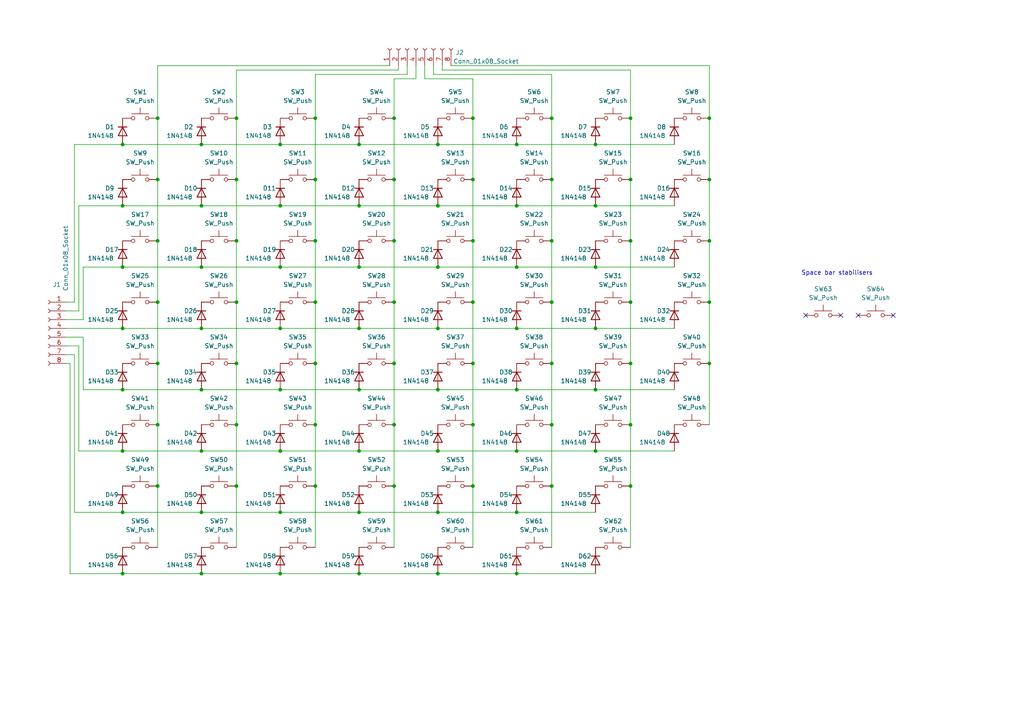
<source format=kicad_sch>
(kicad_sch (version 20230121) (generator eeschema)
  (paper "A4")
  (junction (at 81.28 166.37))
  (junction (at 127 166.37))
  (junction (at 68.58 87.63))
  (junction (at 58.42 59.69))
  (junction (at 104.14 166.37))
  (junction (at 182.88 52.07))
  (junction (at 149.86 148.59))
  (junction (at 45.72 140.97))
  (junction (at 91.44 69.85))
  (junction (at 91.44 140.97))
  (junction (at 68.58 105.41))
  (junction (at 182.88 140.97))
  (junction (at 182.88 123.19))
  (junction (at 91.44 34.29))
  (junction (at 35.56 77.47))
  (junction (at 205.74 105.41))
  (junction (at 91.44 105.41))
  (junction (at 58.42 77.47))
  (junction (at 68.58 123.19))
  (junction (at 45.72 34.29))
  (junction (at 137.16 105.41))
  (junction (at 58.42 113.03))
  (junction (at 45.72 105.41))
  (junction (at 114.3 105.41))
  (junction (at 160.02 52.07))
  (junction (at 91.44 123.19))
  (junction (at 104.14 130.81))
  (junction (at 35.56 130.81))
  (junction (at 114.3 140.97))
  (junction (at 182.88 105.41))
  (junction (at 205.74 34.29))
  (junction (at 35.56 41.91))
  (junction (at 81.28 95.25))
  (junction (at 81.28 130.81))
  (junction (at 45.72 69.85))
  (junction (at 114.3 87.63))
  (junction (at 35.56 59.69))
  (junction (at 172.72 95.25))
  (junction (at 160.02 69.85))
  (junction (at 68.58 140.97))
  (junction (at 45.72 87.63))
  (junction (at 127 95.25))
  (junction (at 91.44 87.63))
  (junction (at 127 113.03))
  (junction (at 68.58 69.85))
  (junction (at 81.28 59.69))
  (junction (at 160.02 105.41))
  (junction (at 149.86 166.37))
  (junction (at 160.02 87.63))
  (junction (at 137.16 34.29))
  (junction (at 104.14 95.25))
  (junction (at 58.42 148.59))
  (junction (at 35.56 166.37))
  (junction (at 137.16 87.63))
  (junction (at 172.72 130.81))
  (junction (at 182.88 34.29))
  (junction (at 58.42 166.37))
  (junction (at 58.42 130.81))
  (junction (at 149.86 95.25))
  (junction (at 149.86 41.91))
  (junction (at 104.14 148.59))
  (junction (at 160.02 140.97))
  (junction (at 104.14 113.03))
  (junction (at 114.3 52.07))
  (junction (at 58.42 95.25))
  (junction (at 205.74 52.07))
  (junction (at 114.3 123.19))
  (junction (at 68.58 52.07))
  (junction (at 81.28 41.91))
  (junction (at 149.86 59.69))
  (junction (at 127 41.91))
  (junction (at 127 59.69))
  (junction (at 127 130.81))
  (junction (at 58.42 41.91))
  (junction (at 205.74 69.85))
  (junction (at 45.72 52.07))
  (junction (at 137.16 69.85))
  (junction (at 127 148.59))
  (junction (at 182.88 87.63))
  (junction (at 137.16 123.19))
  (junction (at 137.16 52.07))
  (junction (at 149.86 77.47))
  (junction (at 172.72 41.91))
  (junction (at 137.16 140.97))
  (junction (at 104.14 41.91))
  (junction (at 127 77.47))
  (junction (at 172.72 113.03))
  (junction (at 149.86 113.03))
  (junction (at 104.14 59.69))
  (junction (at 35.56 113.03))
  (junction (at 45.72 123.19))
  (junction (at 160.02 34.29))
  (junction (at 104.14 77.47))
  (junction (at 68.58 34.29))
  (junction (at 35.56 148.59))
  (junction (at 205.74 87.63))
  (junction (at 91.44 52.07))
  (junction (at 160.02 123.19))
  (junction (at 172.72 77.47))
  (junction (at 114.3 69.85))
  (junction (at 172.72 59.69))
  (junction (at 182.88 69.85))
  (junction (at 149.86 130.81))
  (junction (at 81.28 77.47))
  (junction (at 81.28 148.59))
  (junction (at 81.28 113.03))
  (junction (at 35.56 95.25))
  (junction (at 114.3 34.29))
  (no_connect (at 259.08 91.44))
  (no_connect (at 243.84 91.44))
  (no_connect (at 233.68 91.44))
  (no_connect (at 248.92 91.44))
  (wire (pts (xy 91.44 52.07) (xy 91.44 69.85)))
  (wire (pts (xy 19.05 100.33) (xy 22.86 100.33)))
  (wire (pts (xy 114.3 87.63) (xy 114.3 105.41)))
  (wire (pts (xy 91.44 69.85) (xy 91.44 87.63)))
  (wire (pts (xy 58.42 95.25) (xy 81.28 95.25)))
  (wire (pts (xy 35.56 130.81) (xy 58.42 130.81)))
  (wire (pts (xy 21.59 148.59) (xy 35.56 148.59)))
  (wire (pts (xy 21.59 87.63) (xy 21.59 41.91)))
  (wire (pts (xy 45.72 19.05) (xy 45.72 34.29)))
  (wire (pts (xy 127 77.47) (xy 149.86 77.47)))
  (wire (pts (xy 123.19 22.86) (xy 137.16 22.86)))
  (wire (pts (xy 127 95.25) (xy 149.86 95.25)))
  (wire (pts (xy 123.19 19.05) (xy 123.19 22.86)))
  (wire (pts (xy 68.58 34.29) (xy 68.58 52.07)))
  (wire (pts (xy 68.58 87.63) (xy 68.58 105.41)))
  (wire (pts (xy 68.58 20.32) (xy 68.58 34.29)))
  (wire (pts (xy 114.3 52.07) (xy 114.3 69.85)))
  (wire (pts (xy 68.58 69.85) (xy 68.58 87.63)))
  (wire (pts (xy 81.28 95.25) (xy 104.14 95.25)))
  (wire (pts (xy 172.72 41.91) (xy 195.58 41.91)))
  (wire (pts (xy 45.72 87.63) (xy 45.72 105.41)))
  (wire (pts (xy 45.72 105.41) (xy 45.72 123.19)))
  (wire (pts (xy 35.56 113.03) (xy 58.42 113.03)))
  (wire (pts (xy 172.72 59.69) (xy 195.58 59.69)))
  (wire (pts (xy 22.86 100.33) (xy 22.86 130.81)))
  (wire (pts (xy 81.28 113.03) (xy 104.14 113.03)))
  (wire (pts (xy 182.88 105.41) (xy 182.88 123.19)))
  (wire (pts (xy 24.13 92.71) (xy 24.13 77.47)))
  (wire (pts (xy 113.03 19.05) (xy 45.72 19.05)))
  (wire (pts (xy 114.3 105.41) (xy 114.3 123.19)))
  (wire (pts (xy 21.59 41.91) (xy 35.56 41.91)))
  (wire (pts (xy 205.74 19.05) (xy 205.74 34.29)))
  (wire (pts (xy 160.02 69.85) (xy 160.02 87.63)))
  (wire (pts (xy 81.28 77.47) (xy 104.14 77.47)))
  (wire (pts (xy 19.05 102.87) (xy 21.59 102.87)))
  (wire (pts (xy 21.59 102.87) (xy 21.59 148.59)))
  (wire (pts (xy 68.58 123.19) (xy 68.58 140.97)))
  (wire (pts (xy 81.28 130.81) (xy 104.14 130.81)))
  (wire (pts (xy 91.44 140.97) (xy 91.44 158.75)))
  (wire (pts (xy 130.81 19.05) (xy 205.74 19.05)))
  (wire (pts (xy 81.28 59.69) (xy 104.14 59.69)))
  (wire (pts (xy 22.86 59.69) (xy 35.56 59.69)))
  (wire (pts (xy 137.16 140.97) (xy 137.16 158.75)))
  (wire (pts (xy 205.74 34.29) (xy 205.74 52.07)))
  (wire (pts (xy 68.58 105.41) (xy 68.58 123.19)))
  (wire (pts (xy 19.05 105.41) (xy 20.32 105.41)))
  (wire (pts (xy 160.02 34.29) (xy 160.02 52.07)))
  (wire (pts (xy 91.44 34.29) (xy 91.44 52.07)))
  (wire (pts (xy 114.3 69.85) (xy 114.3 87.63)))
  (wire (pts (xy 58.42 113.03) (xy 81.28 113.03)))
  (wire (pts (xy 22.86 130.81) (xy 35.56 130.81)))
  (wire (pts (xy 182.88 140.97) (xy 182.88 158.75)))
  (wire (pts (xy 149.86 59.69) (xy 172.72 59.69)))
  (wire (pts (xy 22.86 90.17) (xy 22.86 59.69)))
  (wire (pts (xy 149.86 113.03) (xy 172.72 113.03)))
  (wire (pts (xy 104.14 166.37) (xy 127 166.37)))
  (wire (pts (xy 172.72 77.47) (xy 195.58 77.47)))
  (wire (pts (xy 160.02 52.07) (xy 160.02 69.85)))
  (wire (pts (xy 149.86 77.47) (xy 172.72 77.47)))
  (wire (pts (xy 172.72 95.25) (xy 195.58 95.25)))
  (wire (pts (xy 35.56 148.59) (xy 58.42 148.59)))
  (wire (pts (xy 128.27 19.05) (xy 128.27 20.32)))
  (wire (pts (xy 205.74 69.85) (xy 205.74 87.63)))
  (wire (pts (xy 160.02 87.63) (xy 160.02 105.41)))
  (wire (pts (xy 45.72 69.85) (xy 45.72 87.63)))
  (wire (pts (xy 182.88 69.85) (xy 182.88 87.63)))
  (wire (pts (xy 120.65 22.86) (xy 114.3 22.86)))
  (wire (pts (xy 35.56 95.25) (xy 58.42 95.25)))
  (wire (pts (xy 137.16 52.07) (xy 137.16 69.85)))
  (wire (pts (xy 104.14 59.69) (xy 127 59.69)))
  (wire (pts (xy 58.42 59.69) (xy 81.28 59.69)))
  (wire (pts (xy 149.86 41.91) (xy 172.72 41.91)))
  (wire (pts (xy 137.16 87.63) (xy 137.16 105.41)))
  (wire (pts (xy 58.42 41.91) (xy 81.28 41.91)))
  (wire (pts (xy 137.16 105.41) (xy 137.16 123.19)))
  (wire (pts (xy 127 166.37) (xy 149.86 166.37)))
  (wire (pts (xy 149.86 166.37) (xy 172.72 166.37)))
  (wire (pts (xy 149.86 148.59) (xy 172.72 148.59)))
  (wire (pts (xy 160.02 140.97) (xy 160.02 158.75)))
  (wire (pts (xy 58.42 148.59) (xy 81.28 148.59)))
  (wire (pts (xy 182.88 87.63) (xy 182.88 105.41)))
  (wire (pts (xy 81.28 41.91) (xy 104.14 41.91)))
  (wire (pts (xy 24.13 77.47) (xy 35.56 77.47)))
  (wire (pts (xy 137.16 34.29) (xy 137.16 52.07)))
  (wire (pts (xy 182.88 20.32) (xy 182.88 34.29)))
  (wire (pts (xy 45.72 140.97) (xy 45.72 158.75)))
  (wire (pts (xy 58.42 166.37) (xy 81.28 166.37)))
  (wire (pts (xy 35.56 59.69) (xy 58.42 59.69)))
  (wire (pts (xy 127 148.59) (xy 149.86 148.59)))
  (wire (pts (xy 160.02 105.41) (xy 160.02 123.19)))
  (wire (pts (xy 104.14 41.91) (xy 127 41.91)))
  (wire (pts (xy 91.44 21.59) (xy 91.44 34.29)))
  (wire (pts (xy 91.44 87.63) (xy 91.44 105.41)))
  (wire (pts (xy 81.28 148.59) (xy 104.14 148.59)))
  (wire (pts (xy 91.44 123.19) (xy 91.44 140.97)))
  (wire (pts (xy 91.44 105.41) (xy 91.44 123.19)))
  (wire (pts (xy 68.58 140.97) (xy 68.58 158.75)))
  (wire (pts (xy 19.05 92.71) (xy 24.13 92.71)))
  (wire (pts (xy 35.56 77.47) (xy 58.42 77.47)))
  (wire (pts (xy 125.73 21.59) (xy 160.02 21.59)))
  (wire (pts (xy 137.16 22.86) (xy 137.16 34.29)))
  (wire (pts (xy 24.13 97.79) (xy 24.13 113.03)))
  (wire (pts (xy 118.11 19.05) (xy 118.11 21.59)))
  (wire (pts (xy 137.16 123.19) (xy 137.16 140.97)))
  (wire (pts (xy 104.14 130.81) (xy 127 130.81)))
  (wire (pts (xy 58.42 130.81) (xy 81.28 130.81)))
  (wire (pts (xy 118.11 21.59) (xy 91.44 21.59)))
  (wire (pts (xy 19.05 87.63) (xy 21.59 87.63)))
  (wire (pts (xy 205.74 87.63) (xy 205.74 105.41)))
  (wire (pts (xy 128.27 20.32) (xy 182.88 20.32)))
  (wire (pts (xy 20.32 166.37) (xy 35.56 166.37)))
  (wire (pts (xy 45.72 123.19) (xy 45.72 140.97)))
  (wire (pts (xy 127 59.69) (xy 149.86 59.69)))
  (wire (pts (xy 115.57 20.32) (xy 68.58 20.32)))
  (wire (pts (xy 172.72 113.03) (xy 195.58 113.03)))
  (wire (pts (xy 19.05 97.79) (xy 24.13 97.79)))
  (wire (pts (xy 127 130.81) (xy 149.86 130.81)))
  (wire (pts (xy 205.74 105.41) (xy 205.74 123.19)))
  (wire (pts (xy 45.72 34.29) (xy 45.72 52.07)))
  (wire (pts (xy 127 113.03) (xy 149.86 113.03)))
  (wire (pts (xy 114.3 140.97) (xy 114.3 158.75)))
  (wire (pts (xy 19.05 95.25) (xy 35.56 95.25)))
  (wire (pts (xy 104.14 77.47) (xy 127 77.47)))
  (wire (pts (xy 125.73 19.05) (xy 125.73 21.59)))
  (wire (pts (xy 104.14 148.59) (xy 127 148.59)))
  (wire (pts (xy 120.65 19.05) (xy 120.65 22.86)))
  (wire (pts (xy 20.32 105.41) (xy 20.32 166.37)))
  (wire (pts (xy 137.16 69.85) (xy 137.16 87.63)))
  (wire (pts (xy 58.42 77.47) (xy 81.28 77.47)))
  (wire (pts (xy 127 41.91) (xy 149.86 41.91)))
  (wire (pts (xy 115.57 19.05) (xy 115.57 20.32)))
  (wire (pts (xy 68.58 52.07) (xy 68.58 69.85)))
  (wire (pts (xy 114.3 123.19) (xy 114.3 140.97)))
  (wire (pts (xy 182.88 52.07) (xy 182.88 69.85)))
  (wire (pts (xy 182.88 34.29) (xy 182.88 52.07)))
  (wire (pts (xy 19.05 90.17) (xy 22.86 90.17)))
  (wire (pts (xy 160.02 21.59) (xy 160.02 34.29)))
  (wire (pts (xy 205.74 52.07) (xy 205.74 69.85)))
  (wire (pts (xy 35.56 166.37) (xy 58.42 166.37)))
  (wire (pts (xy 104.14 113.03) (xy 127 113.03)))
  (wire (pts (xy 45.72 52.07) (xy 45.72 69.85)))
  (wire (pts (xy 172.72 130.81) (xy 195.58 130.81)))
  (wire (pts (xy 104.14 95.25) (xy 127 95.25)))
  (wire (pts (xy 160.02 123.19) (xy 160.02 140.97)))
  (wire (pts (xy 114.3 34.29) (xy 114.3 52.07)))
  (wire (pts (xy 81.28 166.37) (xy 104.14 166.37)))
  (wire (pts (xy 114.3 22.86) (xy 114.3 34.29)))
  (wire (pts (xy 182.88 123.19) (xy 182.88 140.97)))
  (wire (pts (xy 149.86 130.81) (xy 172.72 130.81)))
  (wire (pts (xy 149.86 95.25) (xy 172.72 95.25)))
  (wire (pts (xy 35.56 41.91) (xy 58.42 41.91)))
  (wire (pts (xy 24.13 113.03) (xy 35.56 113.03)))
  (text "Space bar stabilisers" (at 232.41 80.01 0) (effects (font (size 1.27 1.27)) (justify left bottom)))
  (symbol (lib_id "Diode:1N4148") (at 172.72 38.1 270) (unit 1)
    (property "Reference" "D7" (at 167.64 36.83 90) (effects (justify left)))
    (property "Value" "1N4148" (at 162.56 39.37 90) (effects (justify left)))
    (property "Footprint" "Diode_SMD:D_SOD-123" (effects hide))
    (property "Datasheet" "https://assets.nexperia.com/documents/data-sheet/1N4148_1N4448.pdf" (effects hide))
    (property "Sim.Device" "D" (effects hide))
    (property "Sim.Pins" "1=K 2=A" (effects hide))
  )
  (symbol (lib_id "Switch:SW_Push") (at 200.66 123.19 0) (unit 1)
    (property "Reference" "SW48" (at 200.66 115.57 0))
    (property "Value" "SW_Push" (at 200.66 118.11 0))
    (property "Footprint" "Button_Switch_Keyboard:SW_Cherry_MX_1.00u_PCB" (effects hide))
  )
  (symbol (lib_id "Switch:SW_Push") (at 200.66 105.41 0) (unit 1)
    (property "Reference" "SW40" (at 200.66 97.79 0))
    (property "Value" "SW_Push" (at 200.66 100.33 0))
    (property "Footprint" "Button_Switch_Keyboard:SW_Cherry_MX_1.00u_PCB" (effects hide))
  )
  (symbol (lib_id "Diode:1N4148") (at 104.14 144.78 270) (unit 1)
    (property "Reference" "D52" (at 99.06 143.51 90) (effects (justify left)))
    (property "Value" "1N4148" (at 93.98 146.05 90) (effects (justify left)))
    (property "Footprint" "Diode_SMD:D_SOD-123" (effects hide))
    (property "Datasheet" "https://assets.nexperia.com/documents/data-sheet/1N4148_1N4448.pdf" (effects hide))
    (property "Sim.Device" "D" (effects hide))
    (property "Sim.Pins" "1=K 2=A" (effects hide))
  )
  (symbol (lib_id "Diode:1N4148") (at 172.72 73.66 270) (unit 1)
    (property "Reference" "D23" (at 167.64 72.39 90) (effects (justify left)))
    (property "Value" "1N4148" (at 162.56 74.93 90) (effects (justify left)))
    (property "Footprint" "Diode_SMD:D_SOD-123" (effects hide))
    (property "Datasheet" "https://assets.nexperia.com/documents/data-sheet/1N4148_1N4448.pdf" (effects hide))
    (property "Sim.Device" "D" (effects hide))
    (property "Sim.Pins" "1=K 2=A" (effects hide))
  )
  (symbol (lib_id "Diode:1N4148") (at 127 55.88 270) (unit 1)
    (property "Reference" "D13" (at 121.92 54.61 90) (effects (justify left)))
    (property "Value" "1N4148" (at 116.84 57.15 90) (effects (justify left)))
    (property "Footprint" "Diode_SMD:D_SOD-123" (effects hide))
    (property "Datasheet" "https://assets.nexperia.com/documents/data-sheet/1N4148_1N4448.pdf" (effects hide))
    (property "Sim.Device" "D" (effects hide))
    (property "Sim.Pins" "1=K 2=A" (effects hide))
  )
  (symbol (lib_id "Diode:1N4148") (at 172.72 127 270) (unit 1)
    (property "Reference" "D47" (at 167.64 125.73 90) (effects (justify left)))
    (property "Value" "1N4148" (at 162.56 128.27 90) (effects (justify left)))
    (property "Footprint" "Diode_SMD:D_SOD-123" (effects hide))
    (property "Datasheet" "https://assets.nexperia.com/documents/data-sheet/1N4148_1N4448.pdf" (effects hide))
    (property "Sim.Device" "D" (effects hide))
    (property "Sim.Pins" "1=K 2=A" (effects hide))
  )
  (symbol (lib_id "Switch:SW_Push") (at 109.22 34.29 0) (unit 1)
    (property "Reference" "SW4" (at 109.22 26.67 0))
    (property "Value" "SW_Push" (at 109.22 29.21 0))
    (property "Footprint" "Button_Switch_Keyboard:SW_Cherry_MX_1.00u_PCB" (effects hide))
  )
  (symbol (lib_id "Diode:1N4148") (at 149.86 162.56 270) (unit 1)
    (property "Reference" "D61" (at 144.78 161.29 90) (effects (justify left)))
    (property "Value" "1N4148" (at 139.7 163.83 90) (effects (justify left)))
    (property "Footprint" "Diode_SMD:D_SOD-123" (effects hide))
    (property "Datasheet" "https://assets.nexperia.com/documents/data-sheet/1N4148_1N4448.pdf" (effects hide))
    (property "Sim.Device" "D" (effects hide))
    (property "Sim.Pins" "1=K 2=A" (effects hide))
  )
  (symbol (lib_id "Diode:1N4148") (at 127 127 270) (unit 1)
    (property "Reference" "D45" (at 121.92 125.73 90) (effects (justify left)))
    (property "Value" "1N4148" (at 116.84 128.27 90) (effects (justify left)))
    (property "Footprint" "Diode_SMD:D_SOD-123" (effects hide))
    (property "Datasheet" "https://assets.nexperia.com/documents/data-sheet/1N4148_1N4448.pdf" (effects hide))
    (property "Sim.Device" "D" (effects hide))
    (property "Sim.Pins" "1=K 2=A" (effects hide))
  )
  (symbol (lib_id "Switch:SW_Push") (at 86.36 69.85 0) (unit 1)
    (property "Reference" "SW19" (at 86.36 62.23 0))
    (property "Value" "SW_Push" (at 86.36 64.77 0))
    (property "Footprint" "Button_Switch_Keyboard:SW_Cherry_MX_1.00u_PCB" (effects hide))
  )
  (symbol (lib_id "Switch:SW_Push") (at 40.64 140.97 0) (unit 1)
    (property "Reference" "SW49" (at 40.64 133.35 0))
    (property "Value" "SW_Push" (at 40.64 135.89 0))
    (property "Footprint" "Button_Switch_Keyboard:SW_Cherry_MX_1.25u_PCB" (effects hide))
  )
  (symbol (lib_id "Diode:1N4148") (at 104.14 55.88 270) (unit 1)
    (property "Reference" "D12" (at 99.06 54.61 90) (effects (justify left)))
    (property "Value" "1N4148" (at 93.98 57.15 90) (effects (justify left)))
    (property "Footprint" "Diode_SMD:D_SOD-123" (effects hide))
    (property "Datasheet" "https://assets.nexperia.com/documents/data-sheet/1N4148_1N4448.pdf" (effects hide))
    (property "Sim.Device" "D" (effects hide))
    (property "Sim.Pins" "1=K 2=A" (effects hide))
  )
  (symbol (lib_id "Diode:1N4148") (at 172.72 55.88 270) (unit 1)
    (property "Reference" "D15" (at 167.64 54.61 90) (effects (justify left)))
    (property "Value" "1N4148" (at 162.56 57.15 90) (effects (justify left)))
    (property "Footprint" "Diode_SMD:D_SOD-123" (effects hide))
    (property "Datasheet" "https://assets.nexperia.com/documents/data-sheet/1N4148_1N4448.pdf" (effects hide))
    (property "Sim.Device" "D" (effects hide))
    (property "Sim.Pins" "1=K 2=A" (effects hide))
  )
  (symbol (lib_id "Switch:SW_Push") (at 154.94 105.41 0) (unit 1)
    (property "Reference" "SW38" (at 154.94 97.79 0))
    (property "Value" "SW_Push" (at 154.94 100.33 0))
    (property "Footprint" "Button_Switch_Keyboard:SW_Cherry_MX_1.00u_PCB" (effects hide))
  )
  (symbol (lib_id "Switch:SW_Push") (at 177.8 140.97 0) (unit 1)
    (property "Reference" "SW55" (at 177.8 133.35 0))
    (property "Value" "SW_Push" (at 177.8 135.89 0))
    (property "Footprint" "Button_Switch_Keyboard:SW_Cherry_MX_1.00u_PCB" (effects hide))
  )
  (symbol (lib_id "Diode:1N4148") (at 104.14 162.56 270) (unit 1)
    (property "Reference" "D59" (at 99.06 161.29 90) (effects (justify left)))
    (property "Value" "1N4148" (at 93.98 163.83 90) (effects (justify left)))
    (property "Footprint" "Diode_SMD:D_SOD-123" (effects hide))
    (property "Datasheet" "https://assets.nexperia.com/documents/data-sheet/1N4148_1N4448.pdf" (effects hide))
    (property "Sim.Device" "D" (effects hide))
    (property "Sim.Pins" "1=K 2=A" (effects hide))
  )
  (symbol (lib_id "Diode:1N4148") (at 81.28 109.22 270) (unit 1)
    (property "Reference" "D35" (at 76.2 107.95 90) (effects (justify left)))
    (property "Value" "1N4148" (at 71.12 110.49 90) (effects (justify left)))
    (property "Footprint" "Diode_SMD:D_SOD-123" (effects hide))
    (property "Datasheet" "https://assets.nexperia.com/documents/data-sheet/1N4148_1N4448.pdf" (effects hide))
    (property "Sim.Device" "D" (effects hide))
    (property "Sim.Pins" "1=K 2=A" (effects hide))
  )
  (symbol (lib_id "Switch:SW_Push") (at 40.64 123.19 0) (unit 1)
    (property "Reference" "SW41" (at 40.64 115.57 0))
    (property "Value" "SW_Push" (at 40.64 118.11 0))
    (property "Footprint" "Button_Switch_Keyboard:SW_Cherry_MX_1.00u_PCB" (effects hide))
  )
  (symbol (lib_id "Switch:SW_Push") (at 177.8 87.63 0) (unit 1)
    (property "Reference" "SW31" (at 177.8 80.01 0))
    (property "Value" "SW_Push" (at 177.8 82.55 0))
    (property "Footprint" "Button_Switch_Keyboard:SW_Cherry_MX_1.00u_PCB" (effects hide))
  )
  (symbol (lib_id "Diode:1N4148") (at 35.56 91.44 270) (unit 1)
    (property "Reference" "D25" (at 30.48 90.17 90) (effects (justify left)))
    (property "Value" "1N4148" (at 25.4 92.71 90) (effects (justify left)))
    (property "Footprint" "Diode_SMD:D_SOD-123" (effects hide))
    (property "Datasheet" "https://assets.nexperia.com/documents/data-sheet/1N4148_1N4448.pdf" (effects hide))
    (property "Sim.Device" "D" (effects hide))
    (property "Sim.Pins" "1=K 2=A" (effects hide))
  )
  (symbol (lib_id "Switch:SW_Push") (at 177.8 52.07 0) (unit 1)
    (property "Reference" "SW15" (at 177.8 44.45 0))
    (property "Value" "SW_Push" (at 177.8 46.99 0))
    (property "Footprint" "Button_Switch_Keyboard:SW_Cherry_MX_1.00u_PCB" (effects hide))
  )
  (symbol (lib_id "Switch:SW_Push") (at 86.36 123.19 0) (unit 1)
    (property "Reference" "SW43" (at 86.36 115.57 0))
    (property "Value" "SW_Push" (at 86.36 118.11 0))
    (property "Footprint" "Button_Switch_Keyboard:SW_Cherry_MX_1.00u_PCB" (effects hide))
  )
  (symbol (lib_id "Diode:1N4148") (at 58.42 144.78 270) (unit 1)
    (property "Reference" "D50" (at 53.34 143.51 90) (effects (justify left)))
    (property "Value" "1N4148" (at 48.26 146.05 90) (effects (justify left)))
    (property "Footprint" "Diode_SMD:D_SOD-123" (effects hide))
    (property "Datasheet" "https://assets.nexperia.com/documents/data-sheet/1N4148_1N4448.pdf" (effects hide))
    (property "Sim.Device" "D" (effects hide))
    (property "Sim.Pins" "1=K 2=A" (effects hide))
  )
  (symbol (lib_id "Switch:SW_Push") (at 63.5 87.63 0) (unit 1)
    (property "Reference" "SW26" (at 63.5 80.01 0))
    (property "Value" "SW_Push" (at 63.5 82.55 0))
    (property "Footprint" "Button_Switch_Keyboard:SW_Cherry_MX_1.25u_PCB" (effects hide))
  )
  (symbol (lib_id "Diode:1N4148") (at 35.56 144.78 270) (unit 1)
    (property "Reference" "D49" (at 30.48 143.51 90) (effects (justify left)))
    (property "Value" "1N4148" (at 25.4 146.05 90) (effects (justify left)))
    (property "Footprint" "Diode_SMD:D_SOD-123" (effects hide))
    (property "Datasheet" "https://assets.nexperia.com/documents/data-sheet/1N4148_1N4448.pdf" (effects hide))
    (property "Sim.Device" "D" (effects hide))
    (property "Sim.Pins" "1=K 2=A" (effects hide))
  )
  (symbol (lib_id "Diode:1N4148") (at 81.28 38.1 270) (unit 1)
    (property "Reference" "D3" (at 76.2 36.83 90) (effects (justify left)))
    (property "Value" "1N4148" (at 71.12 39.37 90) (effects (justify left)))
    (property "Footprint" "Diode_SMD:D_SOD-123" (effects hide))
    (property "Datasheet" "https://assets.nexperia.com/documents/data-sheet/1N4148_1N4448.pdf" (effects hide))
    (property "Sim.Device" "D" (effects hide))
    (property "Sim.Pins" "1=K 2=A" (effects hide))
  )
  (symbol (lib_id "Diode:1N4148") (at 81.28 162.56 270) (unit 1)
    (property "Reference" "D58" (at 76.2 161.29 90) (effects (justify left)))
    (property "Value" "1N4148" (at 71.12 163.83 90) (effects (justify left)))
    (property "Footprint" "Diode_SMD:D_SOD-123" (effects hide))
    (property "Datasheet" "https://assets.nexperia.com/documents/data-sheet/1N4148_1N4448.pdf" (effects hide))
    (property "Sim.Device" "D" (effects hide))
    (property "Sim.Pins" "1=K 2=A" (effects hide))
  )
  (symbol (lib_id "Switch:SW_Push") (at 40.64 105.41 0) (unit 1)
    (property "Reference" "SW33" (at 40.64 97.79 0))
    (property "Value" "SW_Push" (at 40.64 100.33 0))
    (property "Footprint" "Button_Switch_Keyboard:SW_Cherry_MX_1.00u_PCB" (effects hide))
  )
  (symbol (lib_id "Diode:1N4148") (at 104.14 38.1 270) (unit 1)
    (property "Reference" "D4" (at 99.06 36.83 90) (effects (justify left)))
    (property "Value" "1N4148" (at 93.98 39.37 90) (effects (justify left)))
    (property "Footprint" "Diode_SMD:D_SOD-123" (effects hide))
    (property "Datasheet" "https://assets.nexperia.com/documents/data-sheet/1N4148_1N4448.pdf" (effects hide))
    (property "Sim.Device" "D" (effects hide))
    (property "Sim.Pins" "1=K 2=A" (effects hide))
  )
  (symbol (lib_id "Switch:SW_Push") (at 154.94 69.85 0) (unit 1)
    (property "Reference" "SW22" (at 154.94 62.23 0))
    (property "Value" "SW_Push" (at 154.94 64.77 0))
    (property "Footprint" "Button_Switch_Keyboard:SW_Cherry_MX_1.00u_PCB" (effects hide))
  )
  (symbol (lib_id "Diode:1N4148") (at 81.28 55.88 270) (unit 1)
    (property "Reference" "D11" (at 76.2 54.61 90) (effects (justify left)))
    (property "Value" "1N4148" (at 71.12 57.15 90) (effects (justify left)))
    (property "Footprint" "Diode_SMD:D_SOD-123" (effects hide))
    (property "Datasheet" "https://assets.nexperia.com/documents/data-sheet/1N4148_1N4448.pdf" (effects hide))
    (property "Sim.Device" "D" (effects hide))
    (property "Sim.Pins" "1=K 2=A" (effects hide))
  )
  (symbol (lib_id "Switch:SW_Push") (at 40.64 158.75 0) (unit 1)
    (property "Reference" "SW56" (at 40.64 151.13 0))
    (property "Value" "SW_Push" (at 40.64 153.67 0))
    (property "Footprint" "Button_Switch_Keyboard:SW_Cherry_MX_1.00u_PCB" (effects hide))
  )
  (symbol (lib_id "Connector:Conn_01x08_Socket") (at 13.97 95.25 0) (mirror y) (unit 1)
    (property "Reference" "J1" (at 16.51 82.55 0))
    (property "Value" "Conn_01x08_Socket" (at 19.05 74.93 90))
    (property "Footprint" "Connector_PinSocket_2.54mm:PinSocket_1x08_P2.54mm_Horizontal" (effects hide))
  )
  (symbol (lib_id "Switch:SW_Push") (at 154.94 140.97 0) (unit 1)
    (property "Reference" "SW54" (at 154.94 133.35 0))
    (property "Value" "SW_Push" (at 154.94 135.89 0))
    (property "Footprint" "Button_Switch_Keyboard:SW_Cherry_MX_1.00u_PCB" (effects hide))
  )
  (symbol (lib_id "Diode:1N4148") (at 149.86 109.22 270) (unit 1)
    (property "Reference" "D38" (at 144.78 107.95 90) (effects (justify left)))
    (property "Value" "1N4148" (at 139.7 110.49 90) (effects (justify left)))
    (property "Footprint" "Diode_SMD:D_SOD-123" (effects hide))
    (property "Datasheet" "https://assets.nexperia.com/documents/data-sheet/1N4148_1N4448.pdf" (effects hide))
    (property "Sim.Device" "D" (effects hide))
    (property "Sim.Pins" "1=K 2=A" (effects hide))
  )
  (symbol (lib_id "Diode:1N4148") (at 35.56 38.1 270) (unit 1)
    (property "Reference" "D1" (at 30.48 36.83 90) (effects (justify left)))
    (property "Value" "1N4148" (at 25.4 39.37 90) (effects (justify left)))
    (property "Footprint" "Diode_SMD:D_SOD-123" (effects hide))
    (property "Datasheet" "https://assets.nexperia.com/documents/data-sheet/1N4148_1N4448.pdf" (effects hide))
    (property "Sim.Device" "D" (effects hide))
    (property "Sim.Pins" "1=K 2=A" (effects hide))
  )
  (symbol (lib_id "Diode:1N4148") (at 149.86 127 270) (unit 1)
    (property "Reference" "D46" (at 144.78 125.73 90) (effects (justify left)))
    (property "Value" "1N4148" (at 139.7 128.27 90) (effects (justify left)))
    (property "Footprint" "Diode_SMD:D_SOD-123" (effects hide))
    (property "Datasheet" "https://assets.nexperia.com/documents/data-sheet/1N4148_1N4448.pdf" (effects hide))
    (property "Sim.Device" "D" (effects hide))
    (property "Sim.Pins" "1=K 2=A" (effects hide))
  )
  (symbol (lib_id "Switch:SW_Push") (at 132.08 140.97 0) (unit 1)
    (property "Reference" "SW53" (at 132.08 133.35 0))
    (property "Value" "SW_Push" (at 132.08 135.89 0))
    (property "Footprint" "Button_Switch_Keyboard:SW_Cherry_MX_1.00u_PCB" (effects hide))
  )
  (symbol (lib_id "Switch:SW_Push") (at 63.5 158.75 0) (unit 1)
    (property "Reference" "SW57" (at 63.5 151.13 0))
    (property "Value" "SW_Push" (at 63.5 153.67 0))
    (property "Footprint" "Button_Switch_Keyboard:SW_Cherry_MX_1.00u_PCB" (effects hide))
  )
  (symbol (lib_id "Switch:SW_Push") (at 132.08 69.85 0) (unit 1)
    (property "Reference" "SW21" (at 132.08 62.23 0))
    (property "Value" "SW_Push" (at 132.08 64.77 0))
    (property "Footprint" "Button_Switch_Keyboard:SW_Cherry_MX_1.00u_PCB" (effects hide))
  )
  (symbol (lib_id "Switch:SW_Push") (at 132.08 87.63 0) (unit 1)
    (property "Reference" "SW29" (at 132.08 80.01 0))
    (property "Value" "SW_Push" (at 132.08 82.55 0))
    (property "Footprint" "Button_Switch_Keyboard:SW_Cherry_MX_1.00u_PCB" (effects hide))
  )
  (symbol (lib_id "Switch:SW_Push") (at 86.36 87.63 0) (unit 1)
    (property "Reference" "SW27" (at 86.36 80.01 0))
    (property "Value" "SW_Push" (at 86.36 82.55 0))
    (property "Footprint" "Button_Switch_Keyboard:SW_Cherry_MX_1.00u_PCB" (effects hide))
  )
  (symbol (lib_id "Switch:SW_Push") (at 254 91.44 0) (unit 1)
    (property "Reference" "SW64" (at 254 83.82 0))
    (property "Value" "SW_Push" (at 254 86.36 0))
    (property "Footprint" "Button_Switch_Keyboard:SW_Cherry_MX_1.00u_PCB" (effects hide))
  )
  (symbol (lib_id "Diode:1N4148") (at 127 109.22 270) (unit 1)
    (property "Reference" "D37" (at 121.92 107.95 90) (effects (justify left)))
    (property "Value" "1N4148" (at 116.84 110.49 90) (effects (justify left)))
    (property "Footprint" "Diode_SMD:D_SOD-123" (effects hide))
    (property "Datasheet" "https://assets.nexperia.com/documents/data-sheet/1N4148_1N4448.pdf" (effects hide))
    (property "Sim.Device" "D" (effects hide))
    (property "Sim.Pins" "1=K 2=A" (effects hide))
  )
  (symbol (lib_id "Diode:1N4148") (at 104.14 109.22 270) (unit 1)
    (property "Reference" "D36" (at 99.06 107.95 90) (effects (justify left)))
    (property "Value" "1N4148" (at 93.98 110.49 90) (effects (justify left)))
    (property "Footprint" "Diode_SMD:D_SOD-123" (effects hide))
    (property "Datasheet" "https://assets.nexperia.com/documents/data-sheet/1N4148_1N4448.pdf" (effects hide))
    (property "Sim.Device" "D" (effects hide))
    (property "Sim.Pins" "1=K 2=A" (effects hide))
  )
  (symbol (lib_id "Diode:1N4148") (at 58.42 38.1 270) (unit 1)
    (property "Reference" "D2" (at 53.34 36.83 90) (effects (justify left)))
    (property "Value" "1N4148" (at 48.26 39.37 90) (effects (justify left)))
    (property "Footprint" "Diode_SMD:D_SOD-123" (effects hide))
    (property "Datasheet" "https://assets.nexperia.com/documents/data-sheet/1N4148_1N4448.pdf" (effects hide))
    (property "Sim.Device" "D" (effects hide))
    (property "Sim.Pins" "1=K 2=A" (effects hide))
  )
  (symbol (lib_id "Switch:SW_Push") (at 40.64 69.85 0) (unit 1)
    (property "Reference" "SW17" (at 40.64 62.23 0))
    (property "Value" "SW_Push" (at 40.64 64.77 0))
    (property "Footprint" "Button_Switch_Keyboard:SW_Cherry_MX_1.75u_PCB" (effects hide))
  )
  (symbol (lib_id "Switch:SW_Push") (at 132.08 52.07 0) (unit 1)
    (property "Reference" "SW13" (at 132.08 44.45 0))
    (property "Value" "SW_Push" (at 132.08 46.99 0))
    (property "Footprint" "Button_Switch_Keyboard:SW_Cherry_MX_1.00u_PCB" (effects hide))
  )
  (symbol (lib_id "Diode:1N4148") (at 195.58 55.88 270) (unit 1)
    (property "Reference" "D16" (at 190.5 54.61 90) (effects (justify left)))
    (property "Value" "1N4148" (at 185.42 57.15 90) (effects (justify left)))
    (property "Footprint" "Diode_SMD:D_SOD-123" (effects hide))
    (property "Datasheet" "https://assets.nexperia.com/documents/data-sheet/1N4148_1N4448.pdf" (effects hide))
    (property "Sim.Device" "D" (effects hide))
    (property "Sim.Pins" "1=K 2=A" (effects hide))
  )
  (symbol (lib_id "Diode:1N4148") (at 149.86 55.88 270) (unit 1)
    (property "Reference" "D14" (at 144.78 54.61 90) (effects (justify left)))
    (property "Value" "1N4148" (at 139.7 57.15 90) (effects (justify left)))
    (property "Footprint" "Diode_SMD:D_SOD-123" (effects hide))
    (property "Datasheet" "https://assets.nexperia.com/documents/data-sheet/1N4148_1N4448.pdf" (effects hide))
    (property "Sim.Device" "D" (effects hide))
    (property "Sim.Pins" "1=K 2=A" (effects hide))
  )
  (symbol (lib_id "Switch:SW_Push") (at 132.08 158.75 0) (unit 1)
    (property "Reference" "SW60" (at 132.08 151.13 0))
    (property "Value" "SW_Push" (at 132.08 153.67 0))
    (property "Footprint" "Button_Switch_Keyboard:SW_Cherry_MX_1.00u_PCB" (effects hide))
  )
  (symbol (lib_id "Diode:1N4148") (at 195.58 73.66 270) (unit 1)
    (property "Reference" "D24" (at 190.5 72.39 90) (effects (justify left)))
    (property "Value" "1N4148" (at 185.42 74.93 90) (effects (justify left)))
    (property "Footprint" "Diode_SMD:D_SOD-123" (effects hide))
    (property "Datasheet" "https://assets.nexperia.com/documents/data-sheet/1N4148_1N4448.pdf" (effects hide))
    (property "Sim.Device" "D" (effects hide))
    (property "Sim.Pins" "1=K 2=A" (effects hide))
  )
  (symbol (lib_id "Switch:SW_Push") (at 86.36 105.41 0) (unit 1)
    (property "Reference" "SW35" (at 86.36 97.79 0))
    (property "Value" "SW_Push" (at 86.36 100.33 0))
    (property "Footprint" "Button_Switch_Keyboard:SW_Cherry_MX_1.00u_PCB" (effects hide))
  )
  (symbol (lib_id "Diode:1N4148") (at 58.42 55.88 270) (unit 1)
    (property "Reference" "D10" (at 53.34 54.61 90) (effects (justify left)))
    (property "Value" "1N4148" (at 48.26 57.15 90) (effects (justify left)))
    (property "Footprint" "Diode_SMD:D_SOD-123" (effects hide))
    (property "Datasheet" "https://assets.nexperia.com/documents/data-sheet/1N4148_1N4448.pdf" (effects hide))
    (property "Sim.Device" "D" (effects hide))
    (property "Sim.Pins" "1=K 2=A" (effects hide))
  )
  (symbol (lib_id "Diode:1N4148") (at 35.56 127 270) (unit 1)
    (property "Reference" "D41" (at 30.48 125.73 90) (effects (justify left)))
    (property "Value" "1N4148" (at 25.4 128.27 90) (effects (justify left)))
    (property "Footprint" "Diode_SMD:D_SOD-123" (effects hide))
    (property "Datasheet" "https://assets.nexperia.com/documents/data-sheet/1N4148_1N4448.pdf" (effects hide))
    (property "Sim.Device" "D" (effects hide))
    (property "Sim.Pins" "1=K 2=A" (effects hide))
  )
  (symbol (lib_id "Switch:SW_Push") (at 109.22 158.75 0) (unit 1)
    (property "Reference" "SW59" (at 109.22 151.13 0))
    (property "Value" "SW_Push" (at 109.22 153.67 0))
    (property "Footprint" "Button_Switch_Keyboard:SW_Cherry_MX_1.00u_PCB" (effects hide))
  )
  (symbol (lib_id "Switch:SW_Push") (at 132.08 105.41 0) (unit 1)
    (property "Reference" "SW37" (at 132.08 97.79 0))
    (property "Value" "SW_Push" (at 132.08 100.33 0))
    (property "Footprint" "Button_Switch_Keyboard:SW_Cherry_MX_1.00u_PCB" (effects hide))
  )
  (symbol (lib_id "Switch:SW_Push") (at 132.08 34.29 0) (unit 1)
    (property "Reference" "SW5" (at 132.08 26.67 0))
    (property "Value" "SW_Push" (at 132.08 29.21 0))
    (property "Footprint" "Button_Switch_Keyboard:SW_Cherry_MX_1.00u_PCB" (effects hide))
  )
  (symbol (lib_id "Diode:1N4148") (at 149.86 91.44 270) (unit 1)
    (property "Reference" "D30" (at 144.78 90.17 90) (effects (justify left)))
    (property "Value" "1N4148" (at 139.7 92.71 90) (effects (justify left)))
    (property "Footprint" "Diode_SMD:D_SOD-123" (effects hide))
    (property "Datasheet" "https://assets.nexperia.com/documents/data-sheet/1N4148_1N4448.pdf" (effects hide))
    (property "Sim.Device" "D" (effects hide))
    (property "Sim.Pins" "1=K 2=A" (effects hide))
  )
  (symbol (lib_id "Switch:SW_Push") (at 63.5 34.29 0) (unit 1)
    (property "Reference" "SW2" (at 63.5 26.67 0))
    (property "Value" "SW_Push" (at 63.5 29.21 0))
    (property "Footprint" "Button_Switch_Keyboard:SW_Cherry_MX_1.00u_PCB" (effects hide))
  )
  (symbol (lib_id "Diode:1N4148") (at 127 162.56 270) (unit 1)
    (property "Reference" "D60" (at 121.92 161.29 90) (effects (justify left)))
    (property "Value" "1N4148" (at 116.84 163.83 90) (effects (justify left)))
    (property "Footprint" "Diode_SMD:D_SOD-123" (effects hide))
    (property "Datasheet" "https://assets.nexperia.com/documents/data-sheet/1N4148_1N4448.pdf" (effects hide))
    (property "Sim.Device" "D" (effects hide))
    (property "Sim.Pins" "1=K 2=A" (effects hide))
  )
  (symbol (lib_id "Switch:SW_Push") (at 63.5 69.85 0) (unit 1)
    (property "Reference" "SW18" (at 63.5 62.23 0))
    (property "Value" "SW_Push" (at 63.5 64.77 0))
    (property "Footprint" "Button_Switch_Keyboard:SW_Cherry_MX_1.00u_PCB" (effects hide))
  )
  (symbol (lib_id "Switch:SW_Push") (at 154.94 123.19 0) (unit 1)
    (property "Reference" "SW46" (at 154.94 115.57 0))
    (property "Value" "SW_Push" (at 154.94 118.11 0))
    (property "Footprint" "Button_Switch_Keyboard:SW_Cherry_MX_1.00u_PCB" (effects hide))
  )
  (symbol (lib_id "Diode:1N4148") (at 81.28 144.78 270) (unit 1)
    (property "Reference" "D51" (at 76.2 143.51 90) (effects (justify left)))
    (property "Value" "1N4148" (at 71.12 146.05 90) (effects (justify left)))
    (property "Footprint" "Diode_SMD:D_SOD-123" (effects hide))
    (property "Datasheet" "https://assets.nexperia.com/documents/data-sheet/1N4148_1N4448.pdf" (effects hide))
    (property "Sim.Device" "D" (effects hide))
    (property "Sim.Pins" "1=K 2=A" (effects hide))
  )
  (symbol (lib_id "Diode:1N4148") (at 172.72 162.56 270) (unit 1)
    (property "Reference" "D62" (at 167.64 161.29 90) (effects (justify left)))
    (property "Value" "1N4148" (at 162.56 163.83 90) (effects (justify left)))
    (property "Footprint" "Diode_SMD:D_SOD-123" (effects hide))
    (property "Datasheet" "https://assets.nexperia.com/documents/data-sheet/1N4148_1N4448.pdf" (effects hide))
    (property "Sim.Device" "D" (effects hide))
    (property "Sim.Pins" "1=K 2=A" (effects hide))
  )
  (symbol (lib_id "Switch:SW_Push") (at 109.22 87.63 0) (unit 1)
    (property "Reference" "SW28" (at 109.22 80.01 0))
    (property "Value" "SW_Push" (at 109.22 82.55 0))
    (property "Footprint" "Button_Switch_Keyboard:SW_Cherry_MX_1.00u_PCB" (effects hide))
  )
  (symbol (lib_id "Switch:SW_Push") (at 177.8 123.19 0) (unit 1)
    (property "Reference" "SW47" (at 177.8 115.57 0))
    (property "Value" "SW_Push" (at 177.8 118.11 0))
    (property "Footprint" "Button_Switch_Keyboard:SW_Cherry_MX_1.00u_PCB" (effects hide))
  )
  (symbol (lib_id "Diode:1N4148") (at 195.58 91.44 270) (unit 1)
    (property "Reference" "D32" (at 190.5 90.17 90) (effects (justify left)))
    (property "Value" "1N4148" (at 185.42 92.71 90) (effects (justify left)))
    (property "Footprint" "Diode_SMD:D_SOD-123" (effects hide))
    (property "Datasheet" "https://assets.nexperia.com/documents/data-sheet/1N4148_1N4448.pdf" (effects hide))
    (property "Sim.Device" "D" (effects hide))
    (property "Sim.Pins" "1=K 2=A" (effects hide))
  )
  (symbol (lib_id "Switch:SW_Push") (at 63.5 123.19 0) (unit 1)
    (property "Reference" "SW42" (at 63.5 115.57 0))
    (property "Value" "SW_Push" (at 63.5 118.11 0))
    (property "Footprint" "Button_Switch_Keyboard:SW_Cherry_MX_1.00u_PCB" (effects hide))
  )
  (symbol (lib_id "Switch:SW_Push") (at 63.5 105.41 0) (unit 1)
    (property "Reference" "SW34" (at 63.5 97.79 0))
    (property "Value" "SW_Push" (at 63.5 100.33 0))
    (property "Footprint" "Button_Switch_Keyboard:SW_Cherry_MX_1.25u_PCB" (effects hide))
  )
  (symbol (lib_id "Diode:1N4148") (at 35.56 162.56 270) (unit 1)
    (property "Reference" "D56" (at 30.48 161.29 90) (effects (justify left)))
    (property "Value" "1N4148" (at 25.4 163.83 90) (effects (justify left)))
    (property "Footprint" "Diode_SMD:D_SOD-123" (effects hide))
    (property "Datasheet" "https://assets.nexperia.com/documents/data-sheet/1N4148_1N4448.pdf" (effects hide))
    (property "Sim.Device" "D" (effects hide))
    (property "Sim.Pins" "1=K 2=A" (effects hide))
  )
  (symbol (lib_id "Diode:1N4148") (at 58.42 127 270) (unit 1)
    (property "Reference" "D42" (at 53.34 125.73 90) (effects (justify left)))
    (property "Value" "1N4148" (at 48.26 128.27 90) (effects (justify left)))
    (property "Footprint" "Diode_SMD:D_SOD-123" (effects hide))
    (property "Datasheet" "https://assets.nexperia.com/documents/data-sheet/1N4148_1N4448.pdf" (effects hide))
    (property "Sim.Device" "D" (effects hide))
    (property "Sim.Pins" "1=K 2=A" (effects hide))
  )
  (symbol (lib_id "Diode:1N4148") (at 149.86 144.78 270) (unit 1)
    (property "Reference" "D54" (at 144.78 143.51 90) (effects (justify left)))
    (property "Value" "1N4148" (at 139.7 146.05 90) (effects (justify left)))
    (property "Footprint" "Diode_SMD:D_SOD-123" (effects hide))
    (property "Datasheet" "https://assets.nexperia.com/documents/data-sheet/1N4148_1N4448.pdf" (effects hide))
    (property "Sim.Device" "D" (effects hide))
    (property "Sim.Pins" "1=K 2=A" (effects hide))
  )
  (symbol (lib_id "Switch:SW_Push") (at 177.8 34.29 0) (unit 1)
    (property "Reference" "SW7" (at 177.8 26.67 0))
    (property "Value" "SW_Push" (at 177.8 29.21 0))
    (property "Footprint" "Button_Switch_Keyboard:SW_Cherry_MX_1.00u_PCB" (effects hide))
  )
  (symbol (lib_id "Switch:SW_Push") (at 86.36 140.97 0) (unit 1)
    (property "Reference" "SW51" (at 86.36 133.35 0))
    (property "Value" "SW_Push" (at 86.36 135.89 0))
    (property "Footprint" "Button_Switch_Keyboard:SW_Cherry_MX_1.00u_PCB" (effects hide))
  )
  (symbol (lib_id "Switch:SW_Push") (at 86.36 52.07 0) (unit 1)
    (property "Reference" "SW11" (at 86.36 44.45 0))
    (property "Value" "SW_Push" (at 86.36 46.99 0))
    (property "Footprint" "Button_Switch_Keyboard:SW_Cherry_MX_1.00u_PCB" (effects hide))
  )
  (symbol (lib_id "Diode:1N4148") (at 195.58 109.22 270) (unit 1)
    (property "Reference" "D40" (at 190.5 107.95 90) (effects (justify left)))
    (property "Value" "1N4148" (at 185.42 110.49 90) (effects (justify left)))
    (property "Footprint" "Diode_SMD:D_SOD-123" (effects hide))
    (property "Datasheet" "https://assets.nexperia.com/documents/data-sheet/1N4148_1N4448.pdf" (effects hide))
    (property "Sim.Device" "D" (effects hide))
    (property "Sim.Pins" "1=K 2=A" (effects hide))
  )
  (symbol (lib_id "Diode:1N4148") (at 35.56 55.88 270) (unit 1)
    (property "Reference" "D9" (at 30.48 54.61 90) (effects (justify left)))
    (property "Value" "1N4148" (at 25.4 57.15 90) (effects (justify left)))
    (property "Footprint" "Diode_SMD:D_SOD-123" (effects hide))
    (property "Datasheet" "https://assets.nexperia.com/documents/data-sheet/1N4148_1N4448.pdf" (effects hide))
    (property "Sim.Device" "D" (effects hide))
    (property "Sim.Pins" "1=K 2=A" (effects hide))
  )
  (symbol (lib_id "Diode:1N4148") (at 104.14 73.66 270) (unit 1)
    (property "Reference" "D20" (at 99.06 72.39 90) (effects (justify left)))
    (property "Value" "1N4148" (at 93.98 74.93 90) (effects (justify left)))
    (property "Footprint" "Diode_SMD:D_SOD-123" (effects hide))
    (property "Datasheet" "https://assets.nexperia.com/documents/data-sheet/1N4148_1N4448.pdf" (effects hide))
    (property "Sim.Device" "D" (effects hide))
    (property "Sim.Pins" "1=K 2=A" (effects hide))
  )
  (symbol (lib_id "Diode:1N4148") (at 35.56 109.22 270) (unit 1)
    (property "Reference" "D33" (at 30.48 107.95 90) (effects (justify left)))
    (property "Value" "1N4148" (at 25.4 110.49 90) (effects (justify left)))
    (property "Footprint" "Diode_SMD:D_SOD-123" (effects hide))
    (property "Datasheet" "https://assets.nexperia.com/documents/data-sheet/1N4148_1N4448.pdf" (effects hide))
    (property "Sim.Device" "D" (effects hide))
    (property "Sim.Pins" "1=K 2=A" (effects hide))
  )
  (symbol (lib_id "Switch:SW_Push") (at 200.66 87.63 0) (unit 1)
    (property "Reference" "SW32" (at 200.66 80.01 0))
    (property "Value" "SW_Push" (at 200.66 82.55 0))
    (property "Footprint" "Button_Switch_Keyboard:SW_Cherry_MX_1.00u_PCB" (effects hide))
  )
  (symbol (lib_id "Diode:1N4148") (at 58.42 162.56 270) (unit 1)
    (property "Reference" "D57" (at 53.34 161.29 90) (effects (justify left)))
    (property "Value" "1N4148" (at 48.26 163.83 90) (effects (justify left)))
    (property "Footprint" "Diode_SMD:D_SOD-123" (effects hide))
    (property "Datasheet" "https://assets.nexperia.com/documents/data-sheet/1N4148_1N4448.pdf" (effects hide))
    (property "Sim.Device" "D" (effects hide))
    (property "Sim.Pins" "1=K 2=A" (effects hide))
  )
  (symbol (lib_id "Connector:Conn_01x08_Socket") (at 120.65 13.97 90) (unit 1)
    (property "Reference" "J2" (at 133.35 15.24 90))
    (property "Value" "Conn_01x08_Socket" (at 140.97 17.78 90))
    (property "Footprint" "Connector_PinSocket_2.54mm:PinSocket_1x08_P2.54mm_Horizontal" (effects hide))
  )
  (symbol (lib_id "Switch:SW_Push") (at 109.22 123.19 0) (unit 1)
    (property "Reference" "SW44" (at 109.22 115.57 0))
    (property "Value" "SW_Push" (at 109.22 118.11 0))
    (property "Footprint" "Button_Switch_Keyboard:SW_Cherry_MX_1.00u_PCB" (effects hide))
  )
  (symbol (lib_id "Diode:1N4148") (at 172.72 109.22 270) (unit 1)
    (property "Reference" "D39" (at 167.64 107.95 90) (effects (justify left)))
    (property "Value" "1N4148" (at 162.56 110.49 90) (effects (justify left)))
    (property "Footprint" "Diode_SMD:D_SOD-123" (effects hide))
    (property "Datasheet" "https://assets.nexperia.com/documents/data-sheet/1N4148_1N4448.pdf" (effects hide))
    (property "Sim.Device" "D" (effects hide))
    (property "Sim.Pins" "1=K 2=A" (effects hide))
  )
  (symbol (lib_id "Diode:1N4148") (at 127 144.78 270) (unit 1)
    (property "Reference" "D53" (at 121.92 143.51 90) (effects (justify left)))
    (property "Value" "1N4148" (at 116.84 146.05 90) (effects (justify left)))
    (property "Footprint" "Diode_SMD:D_SOD-123" (effects hide))
    (property "Datasheet" "https://assets.nexperia.com/documents/data-sheet/1N4148_1N4448.pdf" (effects hide))
    (property "Sim.Device" "D" (effects hide))
    (property "Sim.Pins" "1=K 2=A" (effects hide))
  )
  (symbol (lib_id "Diode:1N4148") (at 127 91.44 270) (unit 1)
    (property "Reference" "D29" (at 121.92 90.17 90) (effects (justify left)))
    (property "Value" "1N4148" (at 116.84 92.71 90) (effects (justify left)))
    (property "Footprint" "Diode_SMD:D_SOD-123" (effects hide))
    (property "Datasheet" "https://assets.nexperia.com/documents/data-sheet/1N4148_1N4448.pdf" (effects hide))
    (property "Sim.Device" "D" (effects hide))
    (property "Sim.Pins" "1=K 2=A" (effects hide))
  )
  (symbol (lib_id "Switch:SW_Push") (at 86.36 158.75 0) (unit 1)
    (property "Reference" "SW58" (at 86.36 151.13 0))
    (property "Value" "SW_Push" (at 86.36 153.67 0))
    (property "Footprint" "Button_Switch_Keyboard:SW_Cherry_MX_1.00u_PCB" (effects hide))
  )
  (symbol (lib_id "Diode:1N4148") (at 127 38.1 270) (unit 1)
    (property "Reference" "D5" (at 121.92 36.83 90) (effects (justify left)))
    (property "Value" "1N4148" (at 116.84 39.37 90) (effects (justify left)))
    (property "Footprint" "Diode_SMD:D_SOD-123" (effects hide))
    (property "Datasheet" "https://assets.nexperia.com/documents/data-sheet/1N4148_1N4448.pdf" (effects hide))
    (property "Sim.Device" "D" (effects hide))
    (property "Sim.Pins" "1=K 2=A" (effects hide))
  )
  (symbol (lib_id "Diode:1N4148") (at 58.42 91.44 270) (unit 1)
    (property "Reference" "D26" (at 53.34 90.17 90) (effects (justify left)))
    (property "Value" "1N4148" (at 48.26 92.71 90) (effects (justify left)))
    (property "Footprint" "Diode_SMD:D_SOD-123" (effects hide))
    (property "Datasheet" "https://assets.nexperia.com/documents/data-sheet/1N4148_1N4448.pdf" (effects hide))
    (property "Sim.Device" "D" (effects hide))
    (property "Sim.Pins" "1=K 2=A" (effects hide))
  )
  (symbol (lib_id "Switch:SW_Push") (at 40.64 87.63 0) (unit 1)
    (property "Reference" "SW25" (at 40.64 80.01 0))
    (property "Value" "SW_Push" (at 40.64 82.55 0))
    (property "Footprint" "Button_Switch_Keyboard:SW_Cherry_MX_1.75u_PCB" (effects hide))
  )
  (symbol (lib_id "Switch:SW_Push") (at 40.64 52.07 0) (unit 1)
    (property "Reference" "SW9" (at 40.64 44.45 0))
    (property "Value" "SW_Push" (at 40.64 46.99 0))
    (property "Footprint" "Button_Switch_Keyboard:SW_Cherry_MX_1.00u_PCB" (effects hide))
  )
  (symbol (lib_id "Switch:SW_Push") (at 109.22 140.97 0) (unit 1)
    (property "Reference" "SW52" (at 109.22 133.35 0))
    (property "Value" "SW_Push" (at 109.22 135.89 0))
    (property "Footprint" "Button_Switch_Keyboard:SW_Cherry_MX_1.00u_PCB" (effects hide))
  )
  (symbol (lib_id "Switch:SW_Push") (at 154.94 158.75 0) (unit 1)
    (property "Reference" "SW61" (at 154.94 151.13 0))
    (property "Value" "SW_Push" (at 154.94 153.67 0))
    (property "Footprint" "Button_Switch_Keyboard:SW_Cherry_MX_1.00u_PCB" (effects hide))
  )
  (symbol (lib_id "Switch:SW_Push") (at 154.94 87.63 0) (unit 1)
    (property "Reference" "SW30" (at 154.94 80.01 0))
    (property "Value" "SW_Push" (at 154.94 82.55 0))
    (property "Footprint" "Button_Switch_Keyboard:SW_Cherry_MX_1.00u_PCB" (effects hide))
  )
  (symbol (lib_id "Diode:1N4148") (at 195.58 38.1 270) (unit 1)
    (property "Reference" "D8" (at 190.5 36.83 90) (effects (justify left)))
    (property "Value" "1N4148" (at 185.42 39.37 90) (effects (justify left)))
    (property "Footprint" "Diode_SMD:D_SOD-123" (effects hide))
    (property "Datasheet" "https://assets.nexperia.com/documents/data-sheet/1N4148_1N4448.pdf" (effects hide))
    (property "Sim.Device" "D" (effects hide))
    (property "Sim.Pins" "1=K 2=A" (effects hide))
  )
  (symbol (lib_id "Switch:SW_Push") (at 132.08 123.19 0) (unit 1)
    (property "Reference" "SW45" (at 132.08 115.57 0))
    (property "Value" "SW_Push" (at 132.08 118.11 0))
    (property "Footprint" "Button_Switch_Keyboard:SW_Cherry_MX_1.00u_PCB" (effects hide))
  )
  (symbol (lib_id "Diode:1N4148") (at 35.56 73.66 270) (unit 1)
    (property "Reference" "D17" (at 30.48 72.39 90) (effects (justify left)))
    (property "Value" "1N4148" (at 25.4 74.93 90) (effects (justify left)))
    (property "Footprint" "Diode_SMD:D_SOD-123" (effects hide))
    (property "Datasheet" "https://assets.nexperia.com/documents/data-sheet/1N4148_1N4448.pdf" (effects hide))
    (property "Sim.Device" "D" (effects hide))
    (property "Sim.Pins" "1=K 2=A" (effects hide))
  )
  (symbol (lib_id "Switch:SW_Push") (at 177.8 69.85 0) (unit 1)
    (property "Reference" "SW23" (at 177.8 62.23 0))
    (property "Value" "SW_Push" (at 177.8 64.77 0))
    (property "Footprint" "Button_Switch_Keyboard:SW_Cherry_MX_1.00u_PCB" (effects hide))
  )
  (symbol (lib_id "Diode:1N4148") (at 104.14 127 270) (unit 1)
    (property "Reference" "D44" (at 99.06 125.73 90) (effects (justify left)))
    (property "Value" "1N4148" (at 93.98 128.27 90) (effects (justify left)))
    (property "Footprint" "Diode_SMD:D_SOD-123" (effects hide))
    (property "Datasheet" "https://assets.nexperia.com/documents/data-sheet/1N4148_1N4448.pdf" (effects hide))
    (property "Sim.Device" "D" (effects hide))
    (property "Sim.Pins" "1=K 2=A" (effects hide))
  )
  (symbol (lib_id "Switch:SW_Push") (at 154.94 34.29 0) (unit 1)
    (property "Reference" "SW6" (at 154.94 26.67 0))
    (property "Value" "SW_Push" (at 154.94 29.21 0))
    (property "Footprint" "Button_Switch_Keyboard:SW_Cherry_MX_1.00u_PCB" (effects hide))
  )
  (symbol (lib_id "Switch:SW_Push") (at 200.66 69.85 0) (unit 1)
    (property "Reference" "SW24" (at 200.66 62.23 0))
    (property "Value" "SW_Push" (at 200.66 64.77 0))
    (property "Footprint" "Button_Switch_Keyboard:SW_Cherry_MX_1.00u_PCB" (effects hide))
  )
  (symbol (lib_id "Diode:1N4148") (at 149.86 38.1 270) (unit 1)
    (property "Reference" "D6" (at 144.78 36.83 90) (effects (justify left)))
    (property "Value" "1N4148" (at 139.7 39.37 90) (effects (justify left)))
    (property "Footprint" "Diode_SMD:D_SOD-123" (effects hide))
    (property "Datasheet" "https://assets.nexperia.com/documents/data-sheet/1N4148_1N4448.pdf" (effects hide))
    (property "Sim.Device" "D" (effects hide))
    (property "Sim.Pins" "1=K 2=A" (effects hide))
  )
  (symbol (lib_id "Diode:1N4148") (at 172.72 144.78 270) (unit 1)
    (property "Reference" "D55" (at 167.64 143.51 90) (effects (justify left)))
    (property "Value" "1N4148" (at 162.56 146.05 90) (effects (justify left)))
    (property "Footprint" "Diode_SMD:D_SOD-123" (effects hide))
    (property "Datasheet" "https://assets.nexperia.com/documents/data-sheet/1N4148_1N4448.pdf" (effects hide))
    (property "Sim.Device" "D" (effects hide))
    (property "Sim.Pins" "1=K 2=A" (effects hide))
  )
  (symbol (lib_id "Diode:1N4148") (at 81.28 127 270) (unit 1)
    (property "Reference" "D43" (at 76.2 125.73 90) (effects (justify left)))
    (property "Value" "1N4148" (at 71.12 128.27 90) (effects (justify left)))
    (property "Footprint" "Diode_SMD:D_SOD-123" (effects hide))
    (property "Datasheet" "https://assets.nexperia.com/documents/data-sheet/1N4148_1N4448.pdf" (effects hide))
    (property "Sim.Device" "D" (effects hide))
    (property "Sim.Pins" "1=K 2=A" (effects hide))
  )
  (symbol (lib_id "Diode:1N4148") (at 58.42 73.66 270) (unit 1)
    (property "Reference" "D18" (at 53.34 72.39 90) (effects (justify left)))
    (property "Value" "1N4148" (at 48.26 74.93 90) (effects (justify left)))
    (property "Footprint" "Diode_SMD:D_SOD-123" (effects hide))
    (property "Datasheet" "https://assets.nexperia.com/documents/data-sheet/1N4148_1N4448.pdf" (effects hide))
    (property "Sim.Device" "D" (effects hide))
    (property "Sim.Pins" "1=K 2=A" (effects hide))
  )
  (symbol (lib_id "Diode:1N4148") (at 58.42 109.22 270) (unit 1)
    (property "Reference" "D34" (at 53.34 107.95 90) (effects (justify left)))
    (property "Value" "1N4148" (at 48.26 110.49 90) (effects (justify left)))
    (property "Footprint" "Diode_SMD:D_SOD-123" (effects hide))
    (property "Datasheet" "https://assets.nexperia.com/documents/data-sheet/1N4148_1N4448.pdf" (effects hide))
    (property "Sim.Device" "D" (effects hide))
    (property "Sim.Pins" "1=K 2=A" (effects hide))
  )
  (symbol (lib_id "Switch:SW_Push") (at 200.66 34.29 0) (unit 1)
    (property "Reference" "SW8" (at 200.66 26.67 0))
    (property "Value" "SW_Push" (at 200.66 29.21 0))
    (property "Footprint" "Button_Switch_Keyboard:SW_Cherry_MX_1.00u_PCB" (effects hide))
  )
  (symbol (lib_id "Switch:SW_Push") (at 63.5 140.97 0) (unit 1)
    (property "Reference" "SW50" (at 63.5 133.35 0))
    (property "Value" "SW_Push" (at 63.5 135.89 0))
    (property "Footprint" "Button_Switch_Keyboard:SW_Cherry_MX_1.00u_PCB" (effects hide))
  )
  (symbol (lib_id "Diode:1N4148") (at 104.14 91.44 270) (unit 1)
    (property "Reference" "D28" (at 99.06 90.17 90) (effects (justify left)))
    (property "Value" "1N4148" (at 93.98 92.71 90) (effects (justify left)))
    (property "Footprint" "Diode_SMD:D_SOD-123" (effects hide))
    (property "Datasheet" "https://assets.nexperia.com/documents/data-sheet/1N4148_1N4448.pdf" (effects hide))
    (property "Sim.Device" "D" (effects hide))
    (property "Sim.Pins" "1=K 2=A" (effects hide))
  )
  (symbol (lib_id "Switch:SW_Push") (at 63.5 52.07 0) (unit 1)
    (property "Reference" "SW10" (at 63.5 44.45 0))
    (property "Value" "SW_Push" (at 63.5 46.99 0))
    (property "Footprint" "Button_Switch_Keyboard:SW_Cherry_MX_1.00u_PCB" (effects hide))
  )
  (symbol (lib_id "Switch:SW_Push") (at 238.76 91.44 0) (unit 1)
    (property "Reference" "SW63" (at 238.76 83.82 0))
    (property "Value" "SW_Push" (at 238.76 86.36 0))
    (property "Footprint" "Button_Switch_Keyboard:SW_Cherry_MX_1.00u_PCB" (effects hide))
  )
  (symbol (lib_id "Diode:1N4148") (at 172.72 91.44 270) (unit 1)
    (property "Reference" "D31" (at 167.64 90.17 90) (effects (justify left)))
    (property "Value" "1N4148" (at 162.56 92.71 90) (effects (justify left)))
    (property "Footprint" "Diode_SMD:D_SOD-123" (effects hide))
    (property "Datasheet" "https://assets.nexperia.com/documents/data-sheet/1N4148_1N4448.pdf" (effects hide))
    (property "Sim.Device" "D" (effects hide))
    (property "Sim.Pins" "1=K 2=A" (effects hide))
  )
  (symbol (lib_id "Switch:SW_Push") (at 109.22 105.41 0) (unit 1)
    (property "Reference" "SW36" (at 109.22 97.79 0))
    (property "Value" "SW_Push" (at 109.22 100.33 0))
    (property "Footprint" "Button_Switch_Keyboard:SW_Cherry_MX_1.00u_PCB" (effects hide))
  )
  (symbol (lib_id "Switch:SW_Push") (at 40.64 34.29 0) (unit 1)
    (property "Reference" "SW1" (at 40.64 26.67 0))
    (property "Value" "SW_Push" (at 40.64 29.21 0))
    (property "Footprint" "Button_Switch_Keyboard:SW_Cherry_MX_1.25u_PCB" (effects hide))
  )
  (symbol (lib_id "Switch:SW_Push") (at 177.8 158.75 0) (unit 1)
    (property "Reference" "SW62" (at 177.8 151.13 0))
    (property "Value" "SW_Push" (at 177.8 153.67 0))
    (property "Footprint" "Button_Switch_Keyboard:SW_Cherry_MX_1.00u_PCB" (effects hide))
  )
  (symbol (lib_id "Diode:1N4148") (at 149.86 73.66 270) (unit 1)
    (property "Reference" "D22" (at 144.78 72.39 90) (effects (justify left)))
    (property "Value" "1N4148" (at 139.7 74.93 90) (effects (justify left)))
    (property "Footprint" "Diode_SMD:D_SOD-123" (effects hide))
    (property "Datasheet" "https://assets.nexperia.com/documents/data-sheet/1N4148_1N4448.pdf" (effects hide))
    (property "Sim.Device" "D" (effects hide))
    (property "Sim.Pins" "1=K 2=A" (effects hide))
  )
  (symbol (lib_id "Switch:SW_Push") (at 86.36 34.29 0) (unit 1)
    (property "Reference" "SW3" (at 86.36 26.67 0))
    (property "Value" "SW_Push" (at 86.36 29.21 0))
    (property "Footprint" "Button_Switch_Keyboard:SW_Cherry_MX_1.00u_PCB" (effects hide))
  )
  (symbol (lib_id "Diode:1N4148") (at 81.28 91.44 270) (unit 1)
    (property "Reference" "D27" (at 76.2 90.17 90) (effects (justify left)))
    (property "Value" "1N4148" (at 71.12 92.71 90) (effects (justify left)))
    (property "Footprint" "Diode_SMD:D_SOD-123" (effects hide))
    (property "Datasheet" "https://assets.nexperia.com/documents/data-sheet/1N4148_1N4448.pdf" (effects hide))
    (property "Sim.Device" "D" (effects hide))
    (property "Sim.Pins" "1=K 2=A" (effects hide))
  )
  (symbol (lib_id "Diode:1N4148") (at 127 73.66 270) (unit 1)
    (property "Reference" "D21" (at 121.92 72.39 90) (effects (justify left)))
    (property "Value" "1N4148" (at 116.84 74.93 90) (effects (justify left)))
    (property "Footprint" "Diode_SMD:D_SOD-123" (effects hide))
    (property "Datasheet" "https://assets.nexperia.com/documents/data-sheet/1N4148_1N4448.pdf" (effects hide))
    (property "Sim.Device" "D" (effects hide))
    (property "Sim.Pins" "1=K 2=A" (effects hide))
  )
  (symbol (lib_id "Switch:SW_Push") (at 200.66 52.07 0) (unit 1)
    (property "Reference" "SW16" (at 200.66 44.45 0))
    (property "Value" "SW_Push" (at 200.66 46.99 0))
    (property "Footprint" "Button_Switch_Keyboard:SW_Cherry_MX_1.00u_PCB" (effects hide))
  )
  (symbol (lib_id "Switch:SW_Push") (at 154.94 52.07 0) (unit 1)
    (property "Reference" "SW14" (at 154.94 44.45 0))
    (property "Value" "SW_Push" (at 154.94 46.99 0))
    (property "Footprint" "Button_Switch_Keyboard:SW_Cherry_MX_1.00u_PCB" (effects hide))
  )
  (symbol (lib_id "Switch:SW_Push") (at 109.22 52.07 0) (unit 1)
    (property "Reference" "SW12" (at 109.22 44.45 0))
    (property "Value" "SW_Push" (at 109.22 46.99 0))
    (property "Footprint" "Button_Switch_Keyboard:SW_Cherry_MX_1.00u_PCB" (effects hide))
  )
  (symbol (lib_id "Diode:1N4148") (at 81.28 73.66 270) (unit 1)
    (property "Reference" "D19" (at 76.2 72.39 90) (effects (justify left)))
    (property "Value" "1N4148" (at 71.12 74.93 90) (effects (justify left)))
    (property "Footprint" "Diode_SMD:D_SOD-123" (effects hide))
    (property "Datasheet" "https://assets.nexperia.com/documents/data-sheet/1N4148_1N4448.pdf" (effects hide))
    (property "Sim.Device" "D" (effects hide))
    (property "Sim.Pins" "1=K 2=A" (effects hide))
  )
  (symbol (lib_id "Switch:SW_Push") (at 177.8 105.41 0) (unit 1)
    (property "Reference" "SW39" (at 177.8 97.79 0))
    (property "Value" "SW_Push" (at 177.8 100.33 0))
    (property "Footprint" "Button_Switch_Keyboard:SW_Cherry_MX_1.00u_PCB" (effects hide))
  )
  (symbol (lib_id "Switch:SW_Push") (at 109.22 69.85 0) (unit 1)
    (property "Reference" "SW20" (at 109.22 62.23 0))
    (property "Value" "SW_Push" (at 109.22 64.77 0))
    (property "Footprint" "Button_Switch_Keyboard:SW_Cherry_MX_1.00u_PCB" (effects hide))
  )
  (symbol (lib_id "Diode:1N4148") (at 195.58 127 270) (unit 1)
    (property "Reference" "D48" (at 190.5 125.73 90) (effects (justify left)))
    (property "Value" "1N4148" (at 185.42 128.27 90) (effects (justify left)))
    (property "Footprint" "Diode_SMD:D_SOD-123" (effects hide))
    (property "Datasheet" "https://assets.nexperia.com/documents/data-sheet/1N4148_1N4448.pdf" (effects hide))
    (property "Sim.Device" "D" (effects hide))
    (property "Sim.Pins" "1=K 2=A" (effects hide))
  )
)
</source>
